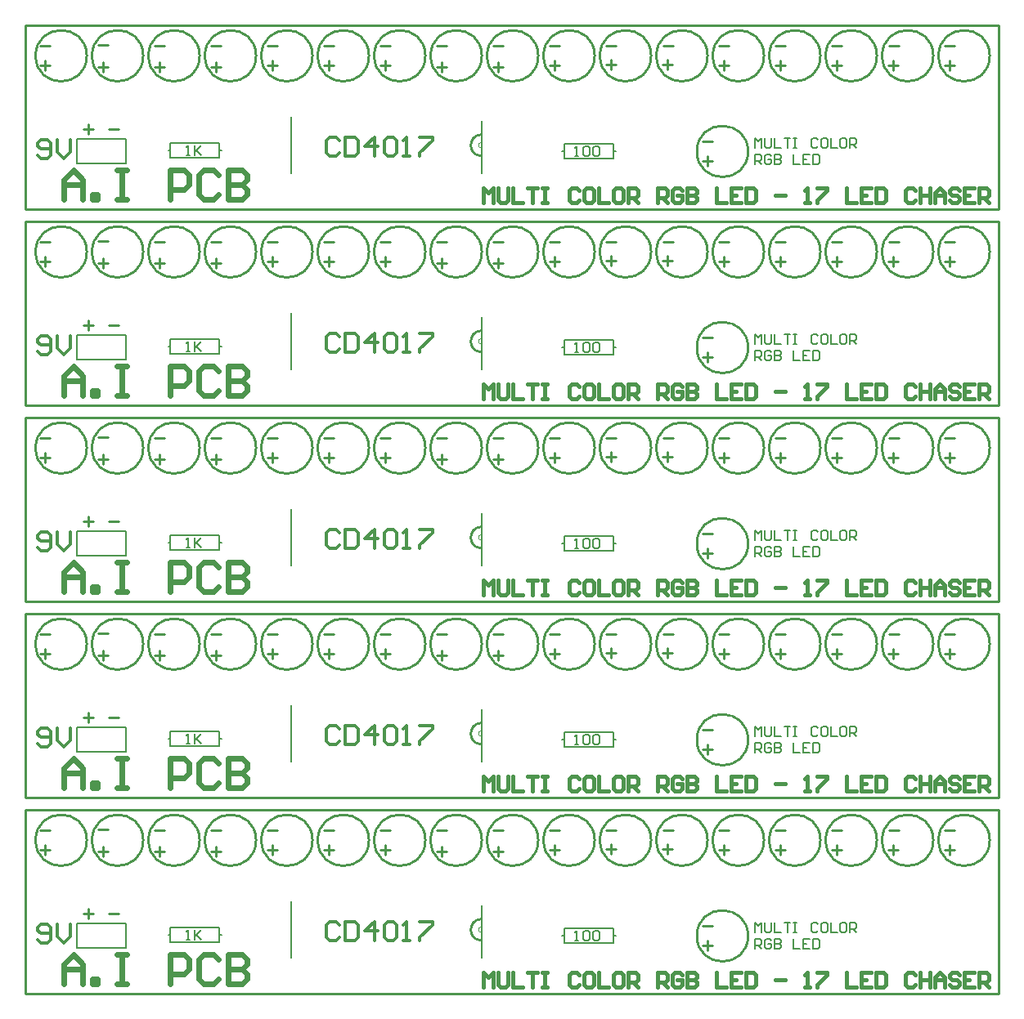
<source format=gto>
G04 Layer_Color=65535*
%FSLAX25Y25*%
%MOIN*%
G70*
G01*
G75*
%ADD19C,0.01000*%
%ADD20C,0.00000*%
%ADD21C,0.00787*%
%ADD22C,0.00600*%
%ADD23C,0.01181*%
%ADD24C,0.02362*%
%ADD25C,0.01575*%
D19*
X27433Y385000D02*
G03*
X27433Y385000I-10433J0D01*
G01*
X50433D02*
G03*
X50433Y385000I-10433J0D01*
G01*
X73433D02*
G03*
X73433Y385000I-10433J0D01*
G01*
X96433D02*
G03*
X96433Y385000I-10433J0D01*
G01*
X119433D02*
G03*
X119433Y385000I-10433J0D01*
G01*
X142433D02*
G03*
X142433Y385000I-10433J0D01*
G01*
X165433D02*
G03*
X165433Y385000I-10433J0D01*
G01*
X188433D02*
G03*
X188433Y385000I-10433J0D01*
G01*
X211433D02*
G03*
X211433Y385000I-10433J0D01*
G01*
X234433D02*
G03*
X234433Y385000I-10433J0D01*
G01*
X257433D02*
G03*
X257433Y385000I-10433J0D01*
G01*
X280433D02*
G03*
X280433Y385000I-10433J0D01*
G01*
X303433D02*
G03*
X303433Y385000I-10433J0D01*
G01*
X326433D02*
G03*
X326433Y385000I-10433J0D01*
G01*
X349433D02*
G03*
X349433Y385000I-10433J0D01*
G01*
X372433D02*
G03*
X372433Y385000I-10433J0D01*
G01*
X395433D02*
G03*
X395433Y385000I-10433J0D01*
G01*
X296933Y346000D02*
G03*
X296933Y346000I-10433J0D01*
G01*
X188011Y352837D02*
G03*
X188011Y344163I289J-4337D01*
G01*
X27433Y305000D02*
G03*
X27433Y305000I-10433J0D01*
G01*
X50433D02*
G03*
X50433Y305000I-10433J0D01*
G01*
X73433D02*
G03*
X73433Y305000I-10433J0D01*
G01*
X96433D02*
G03*
X96433Y305000I-10433J0D01*
G01*
X119433D02*
G03*
X119433Y305000I-10433J0D01*
G01*
X142433D02*
G03*
X142433Y305000I-10433J0D01*
G01*
X165433D02*
G03*
X165433Y305000I-10433J0D01*
G01*
X188433D02*
G03*
X188433Y305000I-10433J0D01*
G01*
X211433D02*
G03*
X211433Y305000I-10433J0D01*
G01*
X234433D02*
G03*
X234433Y305000I-10433J0D01*
G01*
X257433D02*
G03*
X257433Y305000I-10433J0D01*
G01*
X280433D02*
G03*
X280433Y305000I-10433J0D01*
G01*
X303433D02*
G03*
X303433Y305000I-10433J0D01*
G01*
X326433D02*
G03*
X326433Y305000I-10433J0D01*
G01*
X349433D02*
G03*
X349433Y305000I-10433J0D01*
G01*
X372433D02*
G03*
X372433Y305000I-10433J0D01*
G01*
X395433D02*
G03*
X395433Y305000I-10433J0D01*
G01*
X296933Y266000D02*
G03*
X296933Y266000I-10433J0D01*
G01*
X188011Y272837D02*
G03*
X188011Y264163I289J-4337D01*
G01*
X27433Y225000D02*
G03*
X27433Y225000I-10433J0D01*
G01*
X50433D02*
G03*
X50433Y225000I-10433J0D01*
G01*
X73433D02*
G03*
X73433Y225000I-10433J0D01*
G01*
X96433D02*
G03*
X96433Y225000I-10433J0D01*
G01*
X119433D02*
G03*
X119433Y225000I-10433J0D01*
G01*
X142433D02*
G03*
X142433Y225000I-10433J0D01*
G01*
X165433D02*
G03*
X165433Y225000I-10433J0D01*
G01*
X188433D02*
G03*
X188433Y225000I-10433J0D01*
G01*
X211433D02*
G03*
X211433Y225000I-10433J0D01*
G01*
X234433D02*
G03*
X234433Y225000I-10433J0D01*
G01*
X257433D02*
G03*
X257433Y225000I-10433J0D01*
G01*
X280433D02*
G03*
X280433Y225000I-10433J0D01*
G01*
X303433D02*
G03*
X303433Y225000I-10433J0D01*
G01*
X326433D02*
G03*
X326433Y225000I-10433J0D01*
G01*
X349433D02*
G03*
X349433Y225000I-10433J0D01*
G01*
X372433D02*
G03*
X372433Y225000I-10433J0D01*
G01*
X395433D02*
G03*
X395433Y225000I-10433J0D01*
G01*
X296933Y186000D02*
G03*
X296933Y186000I-10433J0D01*
G01*
X188011Y192837D02*
G03*
X188011Y184163I289J-4337D01*
G01*
X27433Y145000D02*
G03*
X27433Y145000I-10433J0D01*
G01*
X50433D02*
G03*
X50433Y145000I-10433J0D01*
G01*
X73433D02*
G03*
X73433Y145000I-10433J0D01*
G01*
X96433D02*
G03*
X96433Y145000I-10433J0D01*
G01*
X119433D02*
G03*
X119433Y145000I-10433J0D01*
G01*
X142433D02*
G03*
X142433Y145000I-10433J0D01*
G01*
X165433D02*
G03*
X165433Y145000I-10433J0D01*
G01*
X188433D02*
G03*
X188433Y145000I-10433J0D01*
G01*
X211433D02*
G03*
X211433Y145000I-10433J0D01*
G01*
X234433D02*
G03*
X234433Y145000I-10433J0D01*
G01*
X257433D02*
G03*
X257433Y145000I-10433J0D01*
G01*
X280433D02*
G03*
X280433Y145000I-10433J0D01*
G01*
X303433D02*
G03*
X303433Y145000I-10433J0D01*
G01*
X326433D02*
G03*
X326433Y145000I-10433J0D01*
G01*
X349433D02*
G03*
X349433Y145000I-10433J0D01*
G01*
X372433D02*
G03*
X372433Y145000I-10433J0D01*
G01*
X395433D02*
G03*
X395433Y145000I-10433J0D01*
G01*
X296933Y106000D02*
G03*
X296933Y106000I-10433J0D01*
G01*
X188011Y112837D02*
G03*
X188011Y104163I289J-4337D01*
G01*
Y32837D02*
G03*
X188011Y24163I289J-4337D01*
G01*
X296933Y26000D02*
G03*
X296933Y26000I-10433J0D01*
G01*
X211433Y65000D02*
G03*
X211433Y65000I-10433J0D01*
G01*
X234433D02*
G03*
X234433Y65000I-10433J0D01*
G01*
X188433D02*
G03*
X188433Y65000I-10433J0D01*
G01*
X165433D02*
G03*
X165433Y65000I-10433J0D01*
G01*
X142433D02*
G03*
X142433Y65000I-10433J0D01*
G01*
X119433D02*
G03*
X119433Y65000I-10433J0D01*
G01*
X96433D02*
G03*
X96433Y65000I-10433J0D01*
G01*
X73433D02*
G03*
X73433Y65000I-10433J0D01*
G01*
X50433D02*
G03*
X50433Y65000I-10433J0D01*
G01*
X27433D02*
G03*
X27433Y65000I-10433J0D01*
G01*
X395433D02*
G03*
X395433Y65000I-10433J0D01*
G01*
X372433D02*
G03*
X372433Y65000I-10433J0D01*
G01*
X349433D02*
G03*
X349433Y65000I-10433J0D01*
G01*
X326433D02*
G03*
X326433Y65000I-10433J0D01*
G01*
X303433D02*
G03*
X303433Y65000I-10433J0D01*
G01*
X280433D02*
G03*
X280433Y65000I-10433J0D01*
G01*
X257433D02*
G03*
X257433Y65000I-10433J0D01*
G01*
X2500Y322500D02*
Y397500D01*
X399000D01*
Y322500D02*
Y397500D01*
X2500Y322500D02*
X399000D01*
X2500Y242500D02*
Y317500D01*
X399000D01*
Y242500D02*
Y317500D01*
X2500Y242500D02*
X399000D01*
X2500Y162500D02*
Y237500D01*
X399000D01*
Y162500D02*
Y237500D01*
X2500Y162500D02*
X399000D01*
X2500Y82500D02*
Y157500D01*
X399000D01*
Y82500D02*
Y157500D01*
X2500Y82500D02*
X399000D01*
X2500Y2500D02*
X399000D01*
Y77500D01*
X2500D02*
X399000D01*
X2500Y2500D02*
Y77500D01*
X8500Y380999D02*
X12499D01*
X10499Y382998D02*
Y379000D01*
X32000Y380499D02*
X35999D01*
X33999Y382498D02*
Y378500D01*
X55000Y380499D02*
X58999D01*
X56999Y382498D02*
Y378500D01*
X78000Y380499D02*
X81999D01*
X79999Y382498D02*
Y378500D01*
X101000Y380999D02*
X104999D01*
X102999Y382998D02*
Y379000D01*
X124000Y380999D02*
X127999D01*
X125999Y382998D02*
Y379000D01*
X147000Y380999D02*
X150999D01*
X148999Y382998D02*
Y379000D01*
X170000Y380499D02*
X173999D01*
X171999Y382498D02*
Y378500D01*
X193000Y380499D02*
X196999D01*
X194999Y382498D02*
Y378500D01*
X216000Y380999D02*
X219999D01*
X217999Y382998D02*
Y379000D01*
X239000Y381499D02*
X242999D01*
X240999Y383498D02*
Y379500D01*
X262000Y381499D02*
X265999D01*
X263999Y383498D02*
Y379500D01*
X285000Y380999D02*
X288999D01*
X286999Y382998D02*
Y379000D01*
X308000Y380999D02*
X311999D01*
X309999Y382998D02*
Y379000D01*
X331000Y380999D02*
X334999D01*
X332999Y382998D02*
Y379000D01*
X354000Y380999D02*
X357999D01*
X355999Y382998D02*
Y379000D01*
X377000Y380999D02*
X380999D01*
X378999Y382998D02*
Y379000D01*
X26000Y354999D02*
X29999D01*
X27999Y356998D02*
Y353000D01*
X8500Y388999D02*
X12499D01*
X32000Y389499D02*
X35999D01*
X55000Y388999D02*
X58999D01*
X78000D02*
X81999D01*
X101000D02*
X104999D01*
X124000D02*
X127999D01*
X147000D02*
X150999D01*
X170000D02*
X173999D01*
X193000D02*
X196999D01*
X216000D02*
X219999D01*
X239000D02*
X242999D01*
X262500D02*
X266499D01*
X285000D02*
X288999D01*
X308000D02*
X311999D01*
X331000D02*
X334999D01*
X354500D02*
X358499D01*
X377000D02*
X380999D01*
X36500Y354999D02*
X40499D01*
X278500Y341999D02*
X282499D01*
X280499Y343998D02*
Y340000D01*
X278500Y349999D02*
X282499D01*
X8500Y300999D02*
X12499D01*
X10499Y302998D02*
Y299000D01*
X32000Y300499D02*
X35999D01*
X33999Y302498D02*
Y298500D01*
X55000Y300499D02*
X58999D01*
X56999Y302498D02*
Y298500D01*
X78000Y300499D02*
X81999D01*
X79999Y302498D02*
Y298500D01*
X101000Y300999D02*
X104999D01*
X102999Y302998D02*
Y299000D01*
X124000Y300999D02*
X127999D01*
X125999Y302998D02*
Y299000D01*
X147000Y300999D02*
X150999D01*
X148999Y302998D02*
Y299000D01*
X170000Y300499D02*
X173999D01*
X171999Y302498D02*
Y298500D01*
X193000Y300499D02*
X196999D01*
X194999Y302498D02*
Y298500D01*
X216000Y300999D02*
X219999D01*
X217999Y302998D02*
Y299000D01*
X239000Y301499D02*
X242999D01*
X240999Y303498D02*
Y299500D01*
X262000Y301499D02*
X265999D01*
X263999Y303498D02*
Y299500D01*
X285000Y300999D02*
X288999D01*
X286999Y302998D02*
Y299000D01*
X308000Y300999D02*
X311999D01*
X309999Y302998D02*
Y299000D01*
X331000Y300999D02*
X334999D01*
X332999Y302998D02*
Y299000D01*
X354000Y300999D02*
X357999D01*
X355999Y302998D02*
Y299000D01*
X377000Y300999D02*
X380999D01*
X378999Y302998D02*
Y299000D01*
X26000Y274999D02*
X29999D01*
X27999Y276998D02*
Y273000D01*
X8500Y308999D02*
X12499D01*
X32000Y309499D02*
X35999D01*
X55000Y308999D02*
X58999D01*
X78000D02*
X81999D01*
X101000D02*
X104999D01*
X124000D02*
X127999D01*
X147000D02*
X150999D01*
X170000D02*
X173999D01*
X193000D02*
X196999D01*
X216000D02*
X219999D01*
X239000D02*
X242999D01*
X262500D02*
X266499D01*
X285000D02*
X288999D01*
X308000D02*
X311999D01*
X331000D02*
X334999D01*
X354500D02*
X358499D01*
X377000D02*
X380999D01*
X36500Y274999D02*
X40499D01*
X278500Y261999D02*
X282499D01*
X280499Y263998D02*
Y260000D01*
X278500Y269999D02*
X282499D01*
X8500Y220999D02*
X12499D01*
X10499Y222998D02*
Y219000D01*
X32000Y220499D02*
X35999D01*
X33999Y222498D02*
Y218500D01*
X55000Y220499D02*
X58999D01*
X56999Y222498D02*
Y218500D01*
X78000Y220499D02*
X81999D01*
X79999Y222498D02*
Y218500D01*
X101000Y220999D02*
X104999D01*
X102999Y222998D02*
Y219000D01*
X124000Y220999D02*
X127999D01*
X125999Y222998D02*
Y219000D01*
X147000Y220999D02*
X150999D01*
X148999Y222998D02*
Y219000D01*
X170000Y220499D02*
X173999D01*
X171999Y222498D02*
Y218500D01*
X193000Y220499D02*
X196999D01*
X194999Y222498D02*
Y218500D01*
X216000Y220999D02*
X219999D01*
X217999Y222998D02*
Y219000D01*
X239000Y221499D02*
X242999D01*
X240999Y223498D02*
Y219500D01*
X262000Y221499D02*
X265999D01*
X263999Y223498D02*
Y219500D01*
X285000Y220999D02*
X288999D01*
X286999Y222998D02*
Y219000D01*
X308000Y220999D02*
X311999D01*
X309999Y222998D02*
Y219000D01*
X331000Y220999D02*
X334999D01*
X332999Y222998D02*
Y219000D01*
X354000Y220999D02*
X357999D01*
X355999Y222998D02*
Y219000D01*
X377000Y220999D02*
X380999D01*
X378999Y222998D02*
Y219000D01*
X26000Y194999D02*
X29999D01*
X27999Y196998D02*
Y193000D01*
X8500Y228999D02*
X12499D01*
X32000Y229499D02*
X35999D01*
X55000Y228999D02*
X58999D01*
X78000D02*
X81999D01*
X101000D02*
X104999D01*
X124000D02*
X127999D01*
X147000D02*
X150999D01*
X170000D02*
X173999D01*
X193000D02*
X196999D01*
X216000D02*
X219999D01*
X239000D02*
X242999D01*
X262500D02*
X266499D01*
X285000D02*
X288999D01*
X308000D02*
X311999D01*
X331000D02*
X334999D01*
X354500D02*
X358499D01*
X377000D02*
X380999D01*
X36500Y194999D02*
X40499D01*
X278500Y181999D02*
X282499D01*
X280499Y183998D02*
Y180000D01*
X278500Y189999D02*
X282499D01*
X8500Y140999D02*
X12499D01*
X10499Y142998D02*
Y139000D01*
X32000Y140499D02*
X35999D01*
X33999Y142498D02*
Y138500D01*
X55000Y140499D02*
X58999D01*
X56999Y142498D02*
Y138500D01*
X78000Y140499D02*
X81999D01*
X79999Y142498D02*
Y138500D01*
X101000Y140999D02*
X104999D01*
X102999Y142998D02*
Y139000D01*
X124000Y140999D02*
X127999D01*
X125999Y142998D02*
Y139000D01*
X147000Y140999D02*
X150999D01*
X148999Y142998D02*
Y139000D01*
X170000Y140499D02*
X173999D01*
X171999Y142498D02*
Y138500D01*
X193000Y140499D02*
X196999D01*
X194999Y142498D02*
Y138500D01*
X216000Y140999D02*
X219999D01*
X217999Y142998D02*
Y139000D01*
X239000Y141499D02*
X242999D01*
X240999Y143498D02*
Y139500D01*
X262000Y141499D02*
X265999D01*
X263999Y143498D02*
Y139500D01*
X285000Y140999D02*
X288999D01*
X286999Y142998D02*
Y139000D01*
X308000Y140999D02*
X311999D01*
X309999Y142998D02*
Y139000D01*
X331000Y140999D02*
X334999D01*
X332999Y142998D02*
Y139000D01*
X354000Y140999D02*
X357999D01*
X355999Y142998D02*
Y139000D01*
X377000Y140999D02*
X380999D01*
X378999Y142998D02*
Y139000D01*
X26000Y114999D02*
X29999D01*
X27999Y116998D02*
Y113000D01*
X8500Y148999D02*
X12499D01*
X32000Y149499D02*
X35999D01*
X55000Y148999D02*
X58999D01*
X78000D02*
X81999D01*
X101000D02*
X104999D01*
X124000D02*
X127999D01*
X147000D02*
X150999D01*
X170000D02*
X173999D01*
X193000D02*
X196999D01*
X216000D02*
X219999D01*
X239000D02*
X242999D01*
X262500D02*
X266499D01*
X285000D02*
X288999D01*
X308000D02*
X311999D01*
X331000D02*
X334999D01*
X354500D02*
X358499D01*
X377000D02*
X380999D01*
X36500Y114999D02*
X40499D01*
X278500Y101999D02*
X282499D01*
X280499Y103998D02*
Y100000D01*
X278500Y109999D02*
X282499D01*
X278500Y29999D02*
X282499D01*
X278500Y21999D02*
X282499D01*
X280499Y23998D02*
Y20000D01*
X36500Y34999D02*
X40499D01*
X377000Y68999D02*
X380999D01*
X354500D02*
X358499D01*
X331000D02*
X334999D01*
X308000D02*
X311999D01*
X285000D02*
X288999D01*
X262500D02*
X266499D01*
X239000D02*
X242999D01*
X216000D02*
X219999D01*
X193000D02*
X196999D01*
X170000D02*
X173999D01*
X147000D02*
X150999D01*
X124000D02*
X127999D01*
X101000D02*
X104999D01*
X78000D02*
X81999D01*
X55000D02*
X58999D01*
X32000Y69499D02*
X35999D01*
X8500Y68999D02*
X12499D01*
X26000Y34999D02*
X29999D01*
X27999Y36998D02*
Y33000D01*
X377000Y60999D02*
X380999D01*
X378999Y62998D02*
Y59000D01*
X354000Y60999D02*
X357999D01*
X355999Y62998D02*
Y59000D01*
X331000Y60999D02*
X334999D01*
X332999Y62998D02*
Y59000D01*
X308000Y60999D02*
X311999D01*
X309999Y62998D02*
Y59000D01*
X285000Y60999D02*
X288999D01*
X286999Y62998D02*
Y59000D01*
X262000Y61499D02*
X265999D01*
X263999Y63498D02*
Y59500D01*
X239000Y61499D02*
X242999D01*
X240999Y63498D02*
Y59500D01*
X216000Y60999D02*
X219999D01*
X217999Y62998D02*
Y59000D01*
X193000Y60499D02*
X196999D01*
X194999Y62498D02*
Y58500D01*
X170000Y60499D02*
X173999D01*
X171999Y62498D02*
Y58500D01*
X147000Y60999D02*
X150999D01*
X148999Y62998D02*
Y59000D01*
X124000Y60999D02*
X127999D01*
X125999Y62998D02*
Y59000D01*
X101000Y60999D02*
X104999D01*
X102999Y62998D02*
Y59000D01*
X78000Y60499D02*
X81999D01*
X79999Y62498D02*
Y58500D01*
X55000Y60499D02*
X58999D01*
X56999Y62498D02*
Y58500D01*
X32000Y60499D02*
X35999D01*
X33999Y62498D02*
Y58500D01*
X8500Y60999D02*
X12499D01*
X10499Y62998D02*
Y59000D01*
D20*
X188300Y349700D02*
G03*
X188300Y347300I0J-1200D01*
G01*
Y269700D02*
G03*
X188300Y267300I0J-1200D01*
G01*
Y189700D02*
G03*
X188300Y187300I0J-1200D01*
G01*
Y109700D02*
G03*
X188300Y107300I0J-1200D01*
G01*
Y29700D02*
G03*
X188300Y27300I0J-1200D01*
G01*
D21*
X81500Y346500D02*
Y349500D01*
X61500D02*
X81500D01*
X61500Y343500D02*
Y349500D01*
Y343500D02*
X81500D01*
Y346500D01*
X60600D02*
X61500D01*
X81500D02*
X82400D01*
X242000Y346000D02*
Y349000D01*
X222000D02*
X242000D01*
X222000Y343000D02*
Y349000D01*
Y343000D02*
X242000D01*
Y346000D01*
X221100D02*
X222000D01*
X242000D02*
X242900D01*
X43500Y341000D02*
Y351000D01*
X23500Y341000D02*
X43500D01*
X23500D02*
Y351000D01*
X43500D01*
X81500Y266500D02*
Y269500D01*
X61500D02*
X81500D01*
X61500Y263500D02*
Y269500D01*
Y263500D02*
X81500D01*
Y266500D01*
X60600D02*
X61500D01*
X81500D02*
X82400D01*
X242000Y266000D02*
Y269000D01*
X222000D02*
X242000D01*
X222000Y263000D02*
Y269000D01*
Y263000D02*
X242000D01*
Y266000D01*
X221100D02*
X222000D01*
X242000D02*
X242900D01*
X43500Y261000D02*
Y271000D01*
X23500Y261000D02*
X43500D01*
X23500D02*
Y271000D01*
X43500D01*
X81500Y186500D02*
Y189500D01*
X61500D02*
X81500D01*
X61500Y183500D02*
Y189500D01*
Y183500D02*
X81500D01*
Y186500D01*
X60600D02*
X61500D01*
X81500D02*
X82400D01*
X242000Y186000D02*
Y189000D01*
X222000D02*
X242000D01*
X222000Y183000D02*
Y189000D01*
Y183000D02*
X242000D01*
Y186000D01*
X221100D02*
X222000D01*
X242000D02*
X242900D01*
X43500Y181000D02*
Y191000D01*
X23500Y181000D02*
X43500D01*
X23500D02*
Y191000D01*
X43500D01*
X81500Y106500D02*
Y109500D01*
X61500D02*
X81500D01*
X61500Y103500D02*
Y109500D01*
Y103500D02*
X81500D01*
Y106500D01*
X60600D02*
X61500D01*
X81500D02*
X82400D01*
X242000Y106000D02*
Y109000D01*
X222000D02*
X242000D01*
X222000Y103000D02*
Y109000D01*
Y103000D02*
X242000D01*
Y106000D01*
X221100D02*
X222000D01*
X242000D02*
X242900D01*
X43500Y101000D02*
Y111000D01*
X23500Y101000D02*
X43500D01*
X23500D02*
Y111000D01*
X43500D01*
Y21000D02*
Y31000D01*
X23500Y21000D02*
X43500D01*
X23500D02*
Y31000D01*
X43500D01*
X81500Y26500D02*
Y29500D01*
X61500D02*
X81500D01*
X61500Y23500D02*
Y29500D01*
Y23500D02*
X81500D01*
Y26500D01*
X60600D02*
X61500D01*
X81500D02*
X82400D01*
X242000Y26000D02*
Y29000D01*
X222000D02*
X242000D01*
X222000Y23000D02*
Y29000D01*
Y23000D02*
X242000D01*
Y26000D01*
X221100D02*
X222000D01*
X242000D02*
X242900D01*
X299787Y107400D02*
Y111336D01*
X301099Y110024D01*
X302411Y111336D01*
Y107400D01*
X303723Y111336D02*
Y108056D01*
X304379Y107400D01*
X305691D01*
X306347Y108056D01*
Y111336D01*
X307659D02*
Y107400D01*
X310283D01*
X311595Y111336D02*
X314218D01*
X312907D01*
Y107400D01*
X315530Y111336D02*
X316842D01*
X316186D01*
Y107400D01*
X315530D01*
X316842D01*
X325370Y110680D02*
X324714Y111336D01*
X323402D01*
X322746Y110680D01*
Y108056D01*
X323402Y107400D01*
X324714D01*
X325370Y108056D01*
X328649Y111336D02*
X327338D01*
X326682Y110680D01*
Y108056D01*
X327338Y107400D01*
X328649D01*
X329305Y108056D01*
Y110680D01*
X328649Y111336D01*
X330617D02*
Y107400D01*
X333241D01*
X336521Y111336D02*
X335209D01*
X334553Y110680D01*
Y108056D01*
X335209Y107400D01*
X336521D01*
X337177Y108056D01*
Y110680D01*
X336521Y111336D01*
X338489Y107400D02*
Y111336D01*
X340457D01*
X341113Y110680D01*
Y109368D01*
X340457Y108712D01*
X338489D01*
X339801D02*
X341113Y107400D01*
X299787Y100787D02*
Y104723D01*
X301755D01*
X302411Y104067D01*
Y102755D01*
X301755Y102099D01*
X299787D01*
X301099D02*
X302411Y100787D01*
X306347Y104067D02*
X305691Y104723D01*
X304379D01*
X303723Y104067D01*
Y101443D01*
X304379Y100787D01*
X305691D01*
X306347Y101443D01*
Y102755D01*
X305035D01*
X307659Y104723D02*
Y100787D01*
X309627D01*
X310283Y101443D01*
Y102099D01*
X309627Y102755D01*
X307659D01*
X309627D01*
X310283Y103411D01*
Y104067D01*
X309627Y104723D01*
X307659D01*
X315530D02*
Y100787D01*
X318154D01*
X322090Y104723D02*
X319466D01*
Y100787D01*
X322090D01*
X319466Y102755D02*
X320778D01*
X323402Y104723D02*
Y100787D01*
X325370D01*
X326026Y101443D01*
Y104067D01*
X325370Y104723D01*
X323402D01*
X299787Y347400D02*
Y351336D01*
X301099Y350024D01*
X302411Y351336D01*
Y347400D01*
X303723Y351336D02*
Y348056D01*
X304379Y347400D01*
X305691D01*
X306347Y348056D01*
Y351336D01*
X307659D02*
Y347400D01*
X310283D01*
X311595Y351336D02*
X314218D01*
X312907D01*
Y347400D01*
X315530Y351336D02*
X316842D01*
X316186D01*
Y347400D01*
X315530D01*
X316842D01*
X325370Y350680D02*
X324714Y351336D01*
X323402D01*
X322746Y350680D01*
Y348056D01*
X323402Y347400D01*
X324714D01*
X325370Y348056D01*
X328649Y351336D02*
X327338D01*
X326682Y350680D01*
Y348056D01*
X327338Y347400D01*
X328649D01*
X329305Y348056D01*
Y350680D01*
X328649Y351336D01*
X330617D02*
Y347400D01*
X333241D01*
X336521Y351336D02*
X335209D01*
X334553Y350680D01*
Y348056D01*
X335209Y347400D01*
X336521D01*
X337177Y348056D01*
Y350680D01*
X336521Y351336D01*
X338489Y347400D02*
Y351336D01*
X340457D01*
X341113Y350680D01*
Y349368D01*
X340457Y348712D01*
X338489D01*
X339801D02*
X341113Y347400D01*
X299787Y340787D02*
Y344723D01*
X301755D01*
X302411Y344067D01*
Y342755D01*
X301755Y342099D01*
X299787D01*
X301099D02*
X302411Y340787D01*
X306347Y344067D02*
X305691Y344723D01*
X304379D01*
X303723Y344067D01*
Y341443D01*
X304379Y340787D01*
X305691D01*
X306347Y341443D01*
Y342755D01*
X305035D01*
X307659Y344723D02*
Y340787D01*
X309627D01*
X310283Y341443D01*
Y342099D01*
X309627Y342755D01*
X307659D01*
X309627D01*
X310283Y343411D01*
Y344067D01*
X309627Y344723D01*
X307659D01*
X315530D02*
Y340787D01*
X318154D01*
X322090Y344723D02*
X319466D01*
Y340787D01*
X322090D01*
X319466Y342755D02*
X320778D01*
X323402Y344723D02*
Y340787D01*
X325370D01*
X326026Y341443D01*
Y344067D01*
X325370Y344723D01*
X323402D01*
X299787Y187400D02*
Y191336D01*
X301099Y190024D01*
X302411Y191336D01*
Y187400D01*
X303723Y191336D02*
Y188056D01*
X304379Y187400D01*
X305691D01*
X306347Y188056D01*
Y191336D01*
X307659D02*
Y187400D01*
X310283D01*
X311595Y191336D02*
X314218D01*
X312907D01*
Y187400D01*
X315530Y191336D02*
X316842D01*
X316186D01*
Y187400D01*
X315530D01*
X316842D01*
X325370Y190680D02*
X324714Y191336D01*
X323402D01*
X322746Y190680D01*
Y188056D01*
X323402Y187400D01*
X324714D01*
X325370Y188056D01*
X328649Y191336D02*
X327338D01*
X326682Y190680D01*
Y188056D01*
X327338Y187400D01*
X328649D01*
X329305Y188056D01*
Y190680D01*
X328649Y191336D01*
X330617D02*
Y187400D01*
X333241D01*
X336521Y191336D02*
X335209D01*
X334553Y190680D01*
Y188056D01*
X335209Y187400D01*
X336521D01*
X337177Y188056D01*
Y190680D01*
X336521Y191336D01*
X338489Y187400D02*
Y191336D01*
X340457D01*
X341113Y190680D01*
Y189368D01*
X340457Y188712D01*
X338489D01*
X339801D02*
X341113Y187400D01*
X299787Y180787D02*
Y184723D01*
X301755D01*
X302411Y184067D01*
Y182755D01*
X301755Y182099D01*
X299787D01*
X301099D02*
X302411Y180787D01*
X306347Y184067D02*
X305691Y184723D01*
X304379D01*
X303723Y184067D01*
Y181443D01*
X304379Y180787D01*
X305691D01*
X306347Y181443D01*
Y182755D01*
X305035D01*
X307659Y184723D02*
Y180787D01*
X309627D01*
X310283Y181443D01*
Y182099D01*
X309627Y182755D01*
X307659D01*
X309627D01*
X310283Y183411D01*
Y184067D01*
X309627Y184723D01*
X307659D01*
X315530D02*
Y180787D01*
X318154D01*
X322090Y184723D02*
X319466D01*
Y180787D01*
X322090D01*
X319466Y182755D02*
X320778D01*
X323402Y184723D02*
Y180787D01*
X325370D01*
X326026Y181443D01*
Y184067D01*
X325370Y184723D01*
X323402D01*
X299787Y27400D02*
Y31336D01*
X301099Y30024D01*
X302411Y31336D01*
Y27400D01*
X303723Y31336D02*
Y28056D01*
X304379Y27400D01*
X305691D01*
X306347Y28056D01*
Y31336D01*
X307659D02*
Y27400D01*
X310283D01*
X311595Y31336D02*
X314218D01*
X312907D01*
Y27400D01*
X315530Y31336D02*
X316842D01*
X316186D01*
Y27400D01*
X315530D01*
X316842D01*
X325370Y30680D02*
X324714Y31336D01*
X323402D01*
X322746Y30680D01*
Y28056D01*
X323402Y27400D01*
X324714D01*
X325370Y28056D01*
X328649Y31336D02*
X327338D01*
X326682Y30680D01*
Y28056D01*
X327338Y27400D01*
X328649D01*
X329305Y28056D01*
Y30680D01*
X328649Y31336D01*
X330617D02*
Y27400D01*
X333241D01*
X336521Y31336D02*
X335209D01*
X334553Y30680D01*
Y28056D01*
X335209Y27400D01*
X336521D01*
X337177Y28056D01*
Y30680D01*
X336521Y31336D01*
X338489Y27400D02*
Y31336D01*
X340457D01*
X341113Y30680D01*
Y29368D01*
X340457Y28712D01*
X338489D01*
X339801D02*
X341113Y27400D01*
X299787Y20787D02*
Y24723D01*
X301755D01*
X302411Y24067D01*
Y22755D01*
X301755Y22099D01*
X299787D01*
X301099D02*
X302411Y20787D01*
X306347Y24067D02*
X305691Y24723D01*
X304379D01*
X303723Y24067D01*
Y21443D01*
X304379Y20787D01*
X305691D01*
X306347Y21443D01*
Y22755D01*
X305035D01*
X307659Y24723D02*
Y20787D01*
X309627D01*
X310283Y21443D01*
Y22099D01*
X309627Y22755D01*
X307659D01*
X309627D01*
X310283Y23411D01*
Y24067D01*
X309627Y24723D01*
X307659D01*
X315530D02*
Y20787D01*
X318154D01*
X322090Y24723D02*
X319466D01*
Y20787D01*
X322090D01*
X319466Y22755D02*
X320778D01*
X323402Y24723D02*
Y20787D01*
X325370D01*
X326026Y21443D01*
Y24067D01*
X325370Y24723D01*
X323402D01*
X299787Y267400D02*
Y271336D01*
X301099Y270024D01*
X302411Y271336D01*
Y267400D01*
X303723Y271336D02*
Y268056D01*
X304379Y267400D01*
X305691D01*
X306347Y268056D01*
Y271336D01*
X307659D02*
Y267400D01*
X310283D01*
X311595Y271336D02*
X314218D01*
X312907D01*
Y267400D01*
X315530Y271336D02*
X316842D01*
X316186D01*
Y267400D01*
X315530D01*
X316842D01*
X325370Y270680D02*
X324714Y271336D01*
X323402D01*
X322746Y270680D01*
Y268056D01*
X323402Y267400D01*
X324714D01*
X325370Y268056D01*
X328649Y271336D02*
X327338D01*
X326682Y270680D01*
Y268056D01*
X327338Y267400D01*
X328649D01*
X329305Y268056D01*
Y270680D01*
X328649Y271336D01*
X330617D02*
Y267400D01*
X333241D01*
X336521Y271336D02*
X335209D01*
X334553Y270680D01*
Y268056D01*
X335209Y267400D01*
X336521D01*
X337177Y268056D01*
Y270680D01*
X336521Y271336D01*
X338489Y267400D02*
Y271336D01*
X340457D01*
X341113Y270680D01*
Y269368D01*
X340457Y268712D01*
X338489D01*
X339801D02*
X341113Y267400D01*
X299787Y260787D02*
Y264723D01*
X301755D01*
X302411Y264067D01*
Y262755D01*
X301755Y262099D01*
X299787D01*
X301099D02*
X302411Y260787D01*
X306347Y264067D02*
X305691Y264723D01*
X304379D01*
X303723Y264067D01*
Y261443D01*
X304379Y260787D01*
X305691D01*
X306347Y261443D01*
Y262755D01*
X305035D01*
X307659Y264723D02*
Y260787D01*
X309627D01*
X310283Y261443D01*
Y262099D01*
X309627Y262755D01*
X307659D01*
X309627D01*
X310283Y263411D01*
Y264067D01*
X309627Y264723D01*
X307659D01*
X315530D02*
Y260787D01*
X318154D01*
X322090Y264723D02*
X319466D01*
Y260787D01*
X322090D01*
X319466Y262755D02*
X320778D01*
X323402Y264723D02*
Y260787D01*
X325370D01*
X326026Y261443D01*
Y264067D01*
X325370Y264723D01*
X323402D01*
X68000Y344500D02*
X69312D01*
X68656D01*
Y348436D01*
X68000Y347780D01*
X71280Y348436D02*
Y344500D01*
Y345812D01*
X73904Y348436D01*
X71936Y346468D01*
X73904Y344500D01*
X226500Y344000D02*
X227812D01*
X227156D01*
Y347936D01*
X226500Y347280D01*
X229780D02*
X230436Y347936D01*
X231748D01*
X232404Y347280D01*
Y344656D01*
X231748Y344000D01*
X230436D01*
X229780Y344656D01*
Y347280D01*
X233716D02*
X234371Y347936D01*
X235683D01*
X236339Y347280D01*
Y344656D01*
X235683Y344000D01*
X234371D01*
X233716Y344656D01*
Y347280D01*
X68000Y264500D02*
X69312D01*
X68656D01*
Y268436D01*
X68000Y267780D01*
X71280Y268436D02*
Y264500D01*
Y265812D01*
X73904Y268436D01*
X71936Y266468D01*
X73904Y264500D01*
X226500Y264000D02*
X227812D01*
X227156D01*
Y267936D01*
X226500Y267280D01*
X229780D02*
X230436Y267936D01*
X231748D01*
X232404Y267280D01*
Y264656D01*
X231748Y264000D01*
X230436D01*
X229780Y264656D01*
Y267280D01*
X233716D02*
X234371Y267936D01*
X235683D01*
X236339Y267280D01*
Y264656D01*
X235683Y264000D01*
X234371D01*
X233716Y264656D01*
Y267280D01*
X68000Y184500D02*
X69312D01*
X68656D01*
Y188436D01*
X68000Y187780D01*
X71280Y188436D02*
Y184500D01*
Y185812D01*
X73904Y188436D01*
X71936Y186468D01*
X73904Y184500D01*
X226500Y184000D02*
X227812D01*
X227156D01*
Y187936D01*
X226500Y187280D01*
X229780D02*
X230436Y187936D01*
X231748D01*
X232404Y187280D01*
Y184656D01*
X231748Y184000D01*
X230436D01*
X229780Y184656D01*
Y187280D01*
X233716D02*
X234371Y187936D01*
X235683D01*
X236339Y187280D01*
Y184656D01*
X235683Y184000D01*
X234371D01*
X233716Y184656D01*
Y187280D01*
X68000Y104500D02*
X69312D01*
X68656D01*
Y108436D01*
X68000Y107780D01*
X71280Y108436D02*
Y104500D01*
Y105812D01*
X73904Y108436D01*
X71936Y106468D01*
X73904Y104500D01*
X226500Y104000D02*
X227812D01*
X227156D01*
Y107936D01*
X226500Y107280D01*
X229780D02*
X230436Y107936D01*
X231748D01*
X232404Y107280D01*
Y104656D01*
X231748Y104000D01*
X230436D01*
X229780Y104656D01*
Y107280D01*
X233716D02*
X234371Y107936D01*
X235683D01*
X236339Y107280D01*
Y104656D01*
X235683Y104000D01*
X234371D01*
X233716Y104656D01*
Y107280D01*
X226500Y24000D02*
X227812D01*
X227156D01*
Y27936D01*
X226500Y27280D01*
X229780D02*
X230436Y27936D01*
X231748D01*
X232404Y27280D01*
Y24656D01*
X231748Y24000D01*
X230436D01*
X229780Y24656D01*
Y27280D01*
X233716D02*
X234371Y27936D01*
X235683D01*
X236339Y27280D01*
Y24656D01*
X235683Y24000D01*
X234371D01*
X233716Y24656D01*
Y27280D01*
X68000Y24500D02*
X69312D01*
X68656D01*
Y28436D01*
X68000Y27780D01*
X71280Y28436D02*
Y24500D01*
Y25812D01*
X73904Y28436D01*
X71936Y26468D01*
X73904Y24500D01*
D22*
X110700Y337000D02*
Y360000D01*
X188300Y337000D02*
Y347300D01*
Y349700D01*
Y358300D01*
X110700Y257000D02*
Y280000D01*
X188300Y257000D02*
Y267300D01*
Y269700D01*
Y278300D01*
X110700Y177000D02*
Y200000D01*
X188300Y177000D02*
Y187300D01*
Y189700D01*
Y198300D01*
X110700Y97000D02*
Y120000D01*
X188300Y97000D02*
Y107300D01*
Y109700D01*
Y118300D01*
X110700Y17000D02*
Y40000D01*
X188300Y17000D02*
Y27300D01*
Y29700D01*
Y38300D01*
D23*
X130248Y350560D02*
X128936Y351871D01*
X126312D01*
X125000Y350560D01*
Y345312D01*
X126312Y344000D01*
X128936D01*
X130248Y345312D01*
X132871Y351871D02*
Y344000D01*
X136807D01*
X138119Y345312D01*
Y350560D01*
X136807Y351871D01*
X132871D01*
X144679Y344000D02*
Y351871D01*
X140743Y347936D01*
X145991D01*
X148614Y350560D02*
X149926Y351871D01*
X152550D01*
X153862Y350560D01*
Y345312D01*
X152550Y344000D01*
X149926D01*
X148614Y345312D01*
Y350560D01*
X156486Y344000D02*
X159110D01*
X157798D01*
Y351871D01*
X156486Y350560D01*
X163046Y351871D02*
X168293D01*
Y350560D01*
X163046Y345312D01*
Y344000D01*
X7500Y344312D02*
X8812Y343000D01*
X11436D01*
X12748Y344312D01*
Y349560D01*
X11436Y350871D01*
X8812D01*
X7500Y349560D01*
Y348248D01*
X8812Y346936D01*
X12748D01*
X15371Y350871D02*
Y345624D01*
X17995Y343000D01*
X20619Y345624D01*
Y350871D01*
X130248Y270560D02*
X128936Y271871D01*
X126312D01*
X125000Y270560D01*
Y265312D01*
X126312Y264000D01*
X128936D01*
X130248Y265312D01*
X132871Y271871D02*
Y264000D01*
X136807D01*
X138119Y265312D01*
Y270560D01*
X136807Y271871D01*
X132871D01*
X144679Y264000D02*
Y271871D01*
X140743Y267936D01*
X145991D01*
X148614Y270560D02*
X149926Y271871D01*
X152550D01*
X153862Y270560D01*
Y265312D01*
X152550Y264000D01*
X149926D01*
X148614Y265312D01*
Y270560D01*
X156486Y264000D02*
X159110D01*
X157798D01*
Y271871D01*
X156486Y270560D01*
X163046Y271871D02*
X168293D01*
Y270560D01*
X163046Y265312D01*
Y264000D01*
X7500Y264312D02*
X8812Y263000D01*
X11436D01*
X12748Y264312D01*
Y269560D01*
X11436Y270871D01*
X8812D01*
X7500Y269560D01*
Y268248D01*
X8812Y266936D01*
X12748D01*
X15371Y270871D02*
Y265624D01*
X17995Y263000D01*
X20619Y265624D01*
Y270871D01*
X130248Y190560D02*
X128936Y191872D01*
X126312D01*
X125000Y190560D01*
Y185312D01*
X126312Y184000D01*
X128936D01*
X130248Y185312D01*
X132871Y191872D02*
Y184000D01*
X136807D01*
X138119Y185312D01*
Y190560D01*
X136807Y191872D01*
X132871D01*
X144679Y184000D02*
Y191872D01*
X140743Y187936D01*
X145991D01*
X148614Y190560D02*
X149926Y191872D01*
X152550D01*
X153862Y190560D01*
Y185312D01*
X152550Y184000D01*
X149926D01*
X148614Y185312D01*
Y190560D01*
X156486Y184000D02*
X159110D01*
X157798D01*
Y191872D01*
X156486Y190560D01*
X163046Y191872D02*
X168293D01*
Y190560D01*
X163046Y185312D01*
Y184000D01*
X7500Y184312D02*
X8812Y183000D01*
X11436D01*
X12748Y184312D01*
Y189560D01*
X11436Y190872D01*
X8812D01*
X7500Y189560D01*
Y188248D01*
X8812Y186936D01*
X12748D01*
X15371Y190872D02*
Y185624D01*
X17995Y183000D01*
X20619Y185624D01*
Y190872D01*
X130248Y110560D02*
X128936Y111872D01*
X126312D01*
X125000Y110560D01*
Y105312D01*
X126312Y104000D01*
X128936D01*
X130248Y105312D01*
X132871Y111872D02*
Y104000D01*
X136807D01*
X138119Y105312D01*
Y110560D01*
X136807Y111872D01*
X132871D01*
X144679Y104000D02*
Y111872D01*
X140743Y107936D01*
X145991D01*
X148614Y110560D02*
X149926Y111872D01*
X152550D01*
X153862Y110560D01*
Y105312D01*
X152550Y104000D01*
X149926D01*
X148614Y105312D01*
Y110560D01*
X156486Y104000D02*
X159110D01*
X157798D01*
Y111872D01*
X156486Y110560D01*
X163046Y111872D02*
X168293D01*
Y110560D01*
X163046Y105312D01*
Y104000D01*
X7500Y104312D02*
X8812Y103000D01*
X11436D01*
X12748Y104312D01*
Y109560D01*
X11436Y110872D01*
X8812D01*
X7500Y109560D01*
Y108248D01*
X8812Y106936D01*
X12748D01*
X15371Y110872D02*
Y105624D01*
X17995Y103000D01*
X20619Y105624D01*
Y110872D01*
X7500Y24312D02*
X8812Y23000D01*
X11436D01*
X12748Y24312D01*
Y29560D01*
X11436Y30871D01*
X8812D01*
X7500Y29560D01*
Y28248D01*
X8812Y26936D01*
X12748D01*
X15371Y30871D02*
Y25624D01*
X17995Y23000D01*
X20619Y25624D01*
Y30871D01*
X130248Y30560D02*
X128936Y31872D01*
X126312D01*
X125000Y30560D01*
Y25312D01*
X126312Y24000D01*
X128936D01*
X130248Y25312D01*
X132871Y31872D02*
Y24000D01*
X136807D01*
X138119Y25312D01*
Y30560D01*
X136807Y31872D01*
X132871D01*
X144679Y24000D02*
Y31872D01*
X140743Y27936D01*
X145991D01*
X148614Y30560D02*
X149926Y31872D01*
X152550D01*
X153862Y30560D01*
Y25312D01*
X152550Y24000D01*
X149926D01*
X148614Y25312D01*
Y30560D01*
X156486Y24000D02*
X159110D01*
X157798D01*
Y31872D01*
X156486Y30560D01*
X163046Y31872D02*
X168293D01*
Y30560D01*
X163046Y25312D01*
Y24000D01*
D24*
X18000Y326500D02*
Y334371D01*
X21936Y338307D01*
X25872Y334371D01*
Y326500D01*
Y332404D01*
X18000D01*
X29807Y326500D02*
Y328468D01*
X31775D01*
Y326500D01*
X29807D01*
X39647Y338307D02*
X43582D01*
X41614D01*
Y326500D01*
X39647D01*
X43582D01*
X61293D02*
Y338307D01*
X67197D01*
X69165Y336339D01*
Y332404D01*
X67197Y330436D01*
X61293D01*
X80972Y336339D02*
X79004Y338307D01*
X75068D01*
X73100Y336339D01*
Y328468D01*
X75068Y326500D01*
X79004D01*
X80972Y328468D01*
X84908Y338307D02*
Y326500D01*
X90811D01*
X92779Y328468D01*
Y330436D01*
X90811Y332404D01*
X84908D01*
X90811D01*
X92779Y334371D01*
Y336339D01*
X90811Y338307D01*
X84908D01*
X18000Y246500D02*
Y254372D01*
X21936Y258307D01*
X25872Y254372D01*
Y246500D01*
Y252404D01*
X18000D01*
X29807Y246500D02*
Y248468D01*
X31775D01*
Y246500D01*
X29807D01*
X39647Y258307D02*
X43582D01*
X41614D01*
Y246500D01*
X39647D01*
X43582D01*
X61293D02*
Y258307D01*
X67197D01*
X69165Y256339D01*
Y252404D01*
X67197Y250436D01*
X61293D01*
X80972Y256339D02*
X79004Y258307D01*
X75068D01*
X73100Y256339D01*
Y248468D01*
X75068Y246500D01*
X79004D01*
X80972Y248468D01*
X84908Y258307D02*
Y246500D01*
X90811D01*
X92779Y248468D01*
Y250436D01*
X90811Y252404D01*
X84908D01*
X90811D01*
X92779Y254372D01*
Y256339D01*
X90811Y258307D01*
X84908D01*
X18000Y166500D02*
Y174372D01*
X21936Y178307D01*
X25872Y174372D01*
Y166500D01*
Y172404D01*
X18000D01*
X29807Y166500D02*
Y168468D01*
X31775D01*
Y166500D01*
X29807D01*
X39647Y178307D02*
X43582D01*
X41614D01*
Y166500D01*
X39647D01*
X43582D01*
X61293D02*
Y178307D01*
X67197D01*
X69165Y176339D01*
Y172404D01*
X67197Y170436D01*
X61293D01*
X80972Y176339D02*
X79004Y178307D01*
X75068D01*
X73100Y176339D01*
Y168468D01*
X75068Y166500D01*
X79004D01*
X80972Y168468D01*
X84908Y178307D02*
Y166500D01*
X90811D01*
X92779Y168468D01*
Y170436D01*
X90811Y172404D01*
X84908D01*
X90811D01*
X92779Y174372D01*
Y176339D01*
X90811Y178307D01*
X84908D01*
X18000Y86500D02*
Y94371D01*
X21936Y98307D01*
X25872Y94371D01*
Y86500D01*
Y92404D01*
X18000D01*
X29807Y86500D02*
Y88468D01*
X31775D01*
Y86500D01*
X29807D01*
X39647Y98307D02*
X43582D01*
X41614D01*
Y86500D01*
X39647D01*
X43582D01*
X61293D02*
Y98307D01*
X67197D01*
X69165Y96339D01*
Y92404D01*
X67197Y90436D01*
X61293D01*
X80972Y96339D02*
X79004Y98307D01*
X75068D01*
X73100Y96339D01*
Y88468D01*
X75068Y86500D01*
X79004D01*
X80972Y88468D01*
X84908Y98307D02*
Y86500D01*
X90811D01*
X92779Y88468D01*
Y90436D01*
X90811Y92404D01*
X84908D01*
X90811D01*
X92779Y94371D01*
Y96339D01*
X90811Y98307D01*
X84908D01*
X18000Y6500D02*
Y14371D01*
X21936Y18307D01*
X25872Y14371D01*
Y6500D01*
Y12404D01*
X18000D01*
X29807Y6500D02*
Y8468D01*
X31775D01*
Y6500D01*
X29807D01*
X39647Y18307D02*
X43582D01*
X41614D01*
Y6500D01*
X39647D01*
X43582D01*
X61293D02*
Y18307D01*
X67197D01*
X69165Y16339D01*
Y12404D01*
X67197Y10436D01*
X61293D01*
X80972Y16339D02*
X79004Y18307D01*
X75068D01*
X73100Y16339D01*
Y8468D01*
X75068Y6500D01*
X79004D01*
X80972Y8468D01*
X84908Y18307D02*
Y6500D01*
X90811D01*
X92779Y8468D01*
Y10436D01*
X90811Y12404D01*
X84908D01*
X90811D01*
X92779Y14371D01*
Y16339D01*
X90811Y18307D01*
X84908D01*
D25*
X189000Y325000D02*
Y330998D01*
X190999Y328999D01*
X192999Y330998D01*
Y325000D01*
X194998Y330998D02*
Y326000D01*
X195998Y325000D01*
X197997D01*
X198997Y326000D01*
Y330998D01*
X200996D02*
Y325000D01*
X204995D01*
X206994Y330998D02*
X210993D01*
X208994D01*
Y325000D01*
X212992Y330998D02*
X214992D01*
X213992D01*
Y325000D01*
X212992D01*
X214992D01*
X227987Y329998D02*
X226988Y330998D01*
X224988D01*
X223989Y329998D01*
Y326000D01*
X224988Y325000D01*
X226988D01*
X227987Y326000D01*
X232986Y330998D02*
X230986D01*
X229987Y329998D01*
Y326000D01*
X230986Y325000D01*
X232986D01*
X233985Y326000D01*
Y329998D01*
X232986Y330998D01*
X235985D02*
Y325000D01*
X239984D01*
X244982Y330998D02*
X242983D01*
X241983Y329998D01*
Y326000D01*
X242983Y325000D01*
X244982D01*
X245982Y326000D01*
Y329998D01*
X244982Y330998D01*
X247981Y325000D02*
Y330998D01*
X250980D01*
X251980Y329998D01*
Y327999D01*
X250980Y326999D01*
X247981D01*
X249980D02*
X251980Y325000D01*
X259977D02*
Y330998D01*
X262976D01*
X263976Y329998D01*
Y327999D01*
X262976Y326999D01*
X259977D01*
X261976D02*
X263976Y325000D01*
X269974Y329998D02*
X268974Y330998D01*
X266975D01*
X265975Y329998D01*
Y326000D01*
X266975Y325000D01*
X268974D01*
X269974Y326000D01*
Y327999D01*
X267974D01*
X271973Y330998D02*
Y325000D01*
X274972D01*
X275972Y326000D01*
Y326999D01*
X274972Y327999D01*
X271973D01*
X274972D01*
X275972Y328999D01*
Y329998D01*
X274972Y330998D01*
X271973D01*
X283969D02*
Y325000D01*
X287968D01*
X293966Y330998D02*
X289967D01*
Y325000D01*
X293966D01*
X289967Y327999D02*
X291967D01*
X295965Y330998D02*
Y325000D01*
X298964D01*
X299964Y326000D01*
Y329998D01*
X298964Y330998D01*
X295965D01*
X307962Y327999D02*
X311960D01*
X319958Y325000D02*
X321957D01*
X320957D01*
Y330998D01*
X319958Y329998D01*
X324956Y330998D02*
X328955D01*
Y329998D01*
X324956Y326000D01*
Y325000D01*
X336952Y330998D02*
Y325000D01*
X340951D01*
X346949Y330998D02*
X342950D01*
Y325000D01*
X346949D01*
X342950Y327999D02*
X344950D01*
X348948Y330998D02*
Y325000D01*
X351947D01*
X352947Y326000D01*
Y329998D01*
X351947Y330998D01*
X348948D01*
X364943Y329998D02*
X363943Y330998D01*
X361944D01*
X360944Y329998D01*
Y326000D01*
X361944Y325000D01*
X363943D01*
X364943Y326000D01*
X366942Y330998D02*
Y325000D01*
Y327999D01*
X370941D01*
Y330998D01*
Y325000D01*
X372940D02*
Y328999D01*
X374940Y330998D01*
X376939Y328999D01*
Y325000D01*
Y327999D01*
X372940D01*
X382937Y329998D02*
X381938Y330998D01*
X379938D01*
X378939Y329998D01*
Y328999D01*
X379938Y327999D01*
X381938D01*
X382937Y326999D01*
Y326000D01*
X381938Y325000D01*
X379938D01*
X378939Y326000D01*
X388935Y330998D02*
X384937D01*
Y325000D01*
X388935D01*
X384937Y327999D02*
X386936D01*
X390935Y325000D02*
Y330998D01*
X393934D01*
X394933Y329998D01*
Y327999D01*
X393934Y326999D01*
X390935D01*
X392934D02*
X394933Y325000D01*
X189000Y245000D02*
Y250998D01*
X190999Y248999D01*
X192999Y250998D01*
Y245000D01*
X194998Y250998D02*
Y246000D01*
X195998Y245000D01*
X197997D01*
X198997Y246000D01*
Y250998D01*
X200996D02*
Y245000D01*
X204995D01*
X206994Y250998D02*
X210993D01*
X208994D01*
Y245000D01*
X212992Y250998D02*
X214992D01*
X213992D01*
Y245000D01*
X212992D01*
X214992D01*
X227987Y249998D02*
X226988Y250998D01*
X224988D01*
X223989Y249998D01*
Y246000D01*
X224988Y245000D01*
X226988D01*
X227987Y246000D01*
X232986Y250998D02*
X230986D01*
X229987Y249998D01*
Y246000D01*
X230986Y245000D01*
X232986D01*
X233985Y246000D01*
Y249998D01*
X232986Y250998D01*
X235985D02*
Y245000D01*
X239984D01*
X244982Y250998D02*
X242983D01*
X241983Y249998D01*
Y246000D01*
X242983Y245000D01*
X244982D01*
X245982Y246000D01*
Y249998D01*
X244982Y250998D01*
X247981Y245000D02*
Y250998D01*
X250980D01*
X251980Y249998D01*
Y247999D01*
X250980Y246999D01*
X247981D01*
X249980D02*
X251980Y245000D01*
X259977D02*
Y250998D01*
X262976D01*
X263976Y249998D01*
Y247999D01*
X262976Y246999D01*
X259977D01*
X261976D02*
X263976Y245000D01*
X269974Y249998D02*
X268974Y250998D01*
X266975D01*
X265975Y249998D01*
Y246000D01*
X266975Y245000D01*
X268974D01*
X269974Y246000D01*
Y247999D01*
X267974D01*
X271973Y250998D02*
Y245000D01*
X274972D01*
X275972Y246000D01*
Y246999D01*
X274972Y247999D01*
X271973D01*
X274972D01*
X275972Y248999D01*
Y249998D01*
X274972Y250998D01*
X271973D01*
X283969D02*
Y245000D01*
X287968D01*
X293966Y250998D02*
X289967D01*
Y245000D01*
X293966D01*
X289967Y247999D02*
X291967D01*
X295965Y250998D02*
Y245000D01*
X298964D01*
X299964Y246000D01*
Y249998D01*
X298964Y250998D01*
X295965D01*
X307962Y247999D02*
X311960D01*
X319958Y245000D02*
X321957D01*
X320957D01*
Y250998D01*
X319958Y249998D01*
X324956Y250998D02*
X328955D01*
Y249998D01*
X324956Y246000D01*
Y245000D01*
X336952Y250998D02*
Y245000D01*
X340951D01*
X346949Y250998D02*
X342950D01*
Y245000D01*
X346949D01*
X342950Y247999D02*
X344950D01*
X348948Y250998D02*
Y245000D01*
X351947D01*
X352947Y246000D01*
Y249998D01*
X351947Y250998D01*
X348948D01*
X364943Y249998D02*
X363943Y250998D01*
X361944D01*
X360944Y249998D01*
Y246000D01*
X361944Y245000D01*
X363943D01*
X364943Y246000D01*
X366942Y250998D02*
Y245000D01*
Y247999D01*
X370941D01*
Y250998D01*
Y245000D01*
X372940D02*
Y248999D01*
X374940Y250998D01*
X376939Y248999D01*
Y245000D01*
Y247999D01*
X372940D01*
X382937Y249998D02*
X381938Y250998D01*
X379938D01*
X378939Y249998D01*
Y248999D01*
X379938Y247999D01*
X381938D01*
X382937Y246999D01*
Y246000D01*
X381938Y245000D01*
X379938D01*
X378939Y246000D01*
X388935Y250998D02*
X384937D01*
Y245000D01*
X388935D01*
X384937Y247999D02*
X386936D01*
X390935Y245000D02*
Y250998D01*
X393934D01*
X394933Y249998D01*
Y247999D01*
X393934Y246999D01*
X390935D01*
X392934D02*
X394933Y245000D01*
X189000Y165000D02*
Y170998D01*
X190999Y168999D01*
X192999Y170998D01*
Y165000D01*
X194998Y170998D02*
Y166000D01*
X195998Y165000D01*
X197997D01*
X198997Y166000D01*
Y170998D01*
X200996D02*
Y165000D01*
X204995D01*
X206994Y170998D02*
X210993D01*
X208994D01*
Y165000D01*
X212992Y170998D02*
X214992D01*
X213992D01*
Y165000D01*
X212992D01*
X214992D01*
X227987Y169998D02*
X226988Y170998D01*
X224988D01*
X223989Y169998D01*
Y166000D01*
X224988Y165000D01*
X226988D01*
X227987Y166000D01*
X232986Y170998D02*
X230986D01*
X229987Y169998D01*
Y166000D01*
X230986Y165000D01*
X232986D01*
X233985Y166000D01*
Y169998D01*
X232986Y170998D01*
X235985D02*
Y165000D01*
X239984D01*
X244982Y170998D02*
X242983D01*
X241983Y169998D01*
Y166000D01*
X242983Y165000D01*
X244982D01*
X245982Y166000D01*
Y169998D01*
X244982Y170998D01*
X247981Y165000D02*
Y170998D01*
X250980D01*
X251980Y169998D01*
Y167999D01*
X250980Y166999D01*
X247981D01*
X249980D02*
X251980Y165000D01*
X259977D02*
Y170998D01*
X262976D01*
X263976Y169998D01*
Y167999D01*
X262976Y166999D01*
X259977D01*
X261976D02*
X263976Y165000D01*
X269974Y169998D02*
X268974Y170998D01*
X266975D01*
X265975Y169998D01*
Y166000D01*
X266975Y165000D01*
X268974D01*
X269974Y166000D01*
Y167999D01*
X267974D01*
X271973Y170998D02*
Y165000D01*
X274972D01*
X275972Y166000D01*
Y166999D01*
X274972Y167999D01*
X271973D01*
X274972D01*
X275972Y168999D01*
Y169998D01*
X274972Y170998D01*
X271973D01*
X283969D02*
Y165000D01*
X287968D01*
X293966Y170998D02*
X289967D01*
Y165000D01*
X293966D01*
X289967Y167999D02*
X291967D01*
X295965Y170998D02*
Y165000D01*
X298964D01*
X299964Y166000D01*
Y169998D01*
X298964Y170998D01*
X295965D01*
X307962Y167999D02*
X311960D01*
X319958Y165000D02*
X321957D01*
X320957D01*
Y170998D01*
X319958Y169998D01*
X324956Y170998D02*
X328955D01*
Y169998D01*
X324956Y166000D01*
Y165000D01*
X336952Y170998D02*
Y165000D01*
X340951D01*
X346949Y170998D02*
X342950D01*
Y165000D01*
X346949D01*
X342950Y167999D02*
X344950D01*
X348948Y170998D02*
Y165000D01*
X351947D01*
X352947Y166000D01*
Y169998D01*
X351947Y170998D01*
X348948D01*
X364943Y169998D02*
X363943Y170998D01*
X361944D01*
X360944Y169998D01*
Y166000D01*
X361944Y165000D01*
X363943D01*
X364943Y166000D01*
X366942Y170998D02*
Y165000D01*
Y167999D01*
X370941D01*
Y170998D01*
Y165000D01*
X372940D02*
Y168999D01*
X374940Y170998D01*
X376939Y168999D01*
Y165000D01*
Y167999D01*
X372940D01*
X382937Y169998D02*
X381938Y170998D01*
X379938D01*
X378939Y169998D01*
Y168999D01*
X379938Y167999D01*
X381938D01*
X382937Y166999D01*
Y166000D01*
X381938Y165000D01*
X379938D01*
X378939Y166000D01*
X388935Y170998D02*
X384937D01*
Y165000D01*
X388935D01*
X384937Y167999D02*
X386936D01*
X390935Y165000D02*
Y170998D01*
X393934D01*
X394933Y169998D01*
Y167999D01*
X393934Y166999D01*
X390935D01*
X392934D02*
X394933Y165000D01*
X189000Y85000D02*
Y90998D01*
X190999Y88999D01*
X192999Y90998D01*
Y85000D01*
X194998Y90998D02*
Y86000D01*
X195998Y85000D01*
X197997D01*
X198997Y86000D01*
Y90998D01*
X200996D02*
Y85000D01*
X204995D01*
X206994Y90998D02*
X210993D01*
X208994D01*
Y85000D01*
X212992Y90998D02*
X214992D01*
X213992D01*
Y85000D01*
X212992D01*
X214992D01*
X227987Y89998D02*
X226988Y90998D01*
X224988D01*
X223989Y89998D01*
Y86000D01*
X224988Y85000D01*
X226988D01*
X227987Y86000D01*
X232986Y90998D02*
X230986D01*
X229987Y89998D01*
Y86000D01*
X230986Y85000D01*
X232986D01*
X233985Y86000D01*
Y89998D01*
X232986Y90998D01*
X235985D02*
Y85000D01*
X239984D01*
X244982Y90998D02*
X242983D01*
X241983Y89998D01*
Y86000D01*
X242983Y85000D01*
X244982D01*
X245982Y86000D01*
Y89998D01*
X244982Y90998D01*
X247981Y85000D02*
Y90998D01*
X250980D01*
X251980Y89998D01*
Y87999D01*
X250980Y86999D01*
X247981D01*
X249980D02*
X251980Y85000D01*
X259977D02*
Y90998D01*
X262976D01*
X263976Y89998D01*
Y87999D01*
X262976Y86999D01*
X259977D01*
X261976D02*
X263976Y85000D01*
X269974Y89998D02*
X268974Y90998D01*
X266975D01*
X265975Y89998D01*
Y86000D01*
X266975Y85000D01*
X268974D01*
X269974Y86000D01*
Y87999D01*
X267974D01*
X271973Y90998D02*
Y85000D01*
X274972D01*
X275972Y86000D01*
Y86999D01*
X274972Y87999D01*
X271973D01*
X274972D01*
X275972Y88999D01*
Y89998D01*
X274972Y90998D01*
X271973D01*
X283969D02*
Y85000D01*
X287968D01*
X293966Y90998D02*
X289967D01*
Y85000D01*
X293966D01*
X289967Y87999D02*
X291967D01*
X295965Y90998D02*
Y85000D01*
X298964D01*
X299964Y86000D01*
Y89998D01*
X298964Y90998D01*
X295965D01*
X307962Y87999D02*
X311960D01*
X319958Y85000D02*
X321957D01*
X320957D01*
Y90998D01*
X319958Y89998D01*
X324956Y90998D02*
X328955D01*
Y89998D01*
X324956Y86000D01*
Y85000D01*
X336952Y90998D02*
Y85000D01*
X340951D01*
X346949Y90998D02*
X342950D01*
Y85000D01*
X346949D01*
X342950Y87999D02*
X344950D01*
X348948Y90998D02*
Y85000D01*
X351947D01*
X352947Y86000D01*
Y89998D01*
X351947Y90998D01*
X348948D01*
X364943Y89998D02*
X363943Y90998D01*
X361944D01*
X360944Y89998D01*
Y86000D01*
X361944Y85000D01*
X363943D01*
X364943Y86000D01*
X366942Y90998D02*
Y85000D01*
Y87999D01*
X370941D01*
Y90998D01*
Y85000D01*
X372940D02*
Y88999D01*
X374940Y90998D01*
X376939Y88999D01*
Y85000D01*
Y87999D01*
X372940D01*
X382937Y89998D02*
X381938Y90998D01*
X379938D01*
X378939Y89998D01*
Y88999D01*
X379938Y87999D01*
X381938D01*
X382937Y86999D01*
Y86000D01*
X381938Y85000D01*
X379938D01*
X378939Y86000D01*
X388935Y90998D02*
X384937D01*
Y85000D01*
X388935D01*
X384937Y87999D02*
X386936D01*
X390935Y85000D02*
Y90998D01*
X393934D01*
X394933Y89998D01*
Y87999D01*
X393934Y86999D01*
X390935D01*
X392934D02*
X394933Y85000D01*
X189000Y5000D02*
Y10998D01*
X190999Y8999D01*
X192999Y10998D01*
Y5000D01*
X194998Y10998D02*
Y6000D01*
X195998Y5000D01*
X197997D01*
X198997Y6000D01*
Y10998D01*
X200996D02*
Y5000D01*
X204995D01*
X206994Y10998D02*
X210993D01*
X208994D01*
Y5000D01*
X212992Y10998D02*
X214992D01*
X213992D01*
Y5000D01*
X212992D01*
X214992D01*
X227987Y9998D02*
X226988Y10998D01*
X224988D01*
X223989Y9998D01*
Y6000D01*
X224988Y5000D01*
X226988D01*
X227987Y6000D01*
X232986Y10998D02*
X230986D01*
X229987Y9998D01*
Y6000D01*
X230986Y5000D01*
X232986D01*
X233985Y6000D01*
Y9998D01*
X232986Y10998D01*
X235985D02*
Y5000D01*
X239984D01*
X244982Y10998D02*
X242983D01*
X241983Y9998D01*
Y6000D01*
X242983Y5000D01*
X244982D01*
X245982Y6000D01*
Y9998D01*
X244982Y10998D01*
X247981Y5000D02*
Y10998D01*
X250980D01*
X251980Y9998D01*
Y7999D01*
X250980Y6999D01*
X247981D01*
X249980D02*
X251980Y5000D01*
X259977D02*
Y10998D01*
X262976D01*
X263976Y9998D01*
Y7999D01*
X262976Y6999D01*
X259977D01*
X261976D02*
X263976Y5000D01*
X269974Y9998D02*
X268974Y10998D01*
X266975D01*
X265975Y9998D01*
Y6000D01*
X266975Y5000D01*
X268974D01*
X269974Y6000D01*
Y7999D01*
X267974D01*
X271973Y10998D02*
Y5000D01*
X274972D01*
X275972Y6000D01*
Y6999D01*
X274972Y7999D01*
X271973D01*
X274972D01*
X275972Y8999D01*
Y9998D01*
X274972Y10998D01*
X271973D01*
X283969D02*
Y5000D01*
X287968D01*
X293966Y10998D02*
X289967D01*
Y5000D01*
X293966D01*
X289967Y7999D02*
X291967D01*
X295965Y10998D02*
Y5000D01*
X298964D01*
X299964Y6000D01*
Y9998D01*
X298964Y10998D01*
X295965D01*
X307962Y7999D02*
X311960D01*
X319958Y5000D02*
X321957D01*
X320957D01*
Y10998D01*
X319958Y9998D01*
X324956Y10998D02*
X328955D01*
Y9998D01*
X324956Y6000D01*
Y5000D01*
X336952Y10998D02*
Y5000D01*
X340951D01*
X346949Y10998D02*
X342950D01*
Y5000D01*
X346949D01*
X342950Y7999D02*
X344950D01*
X348948Y10998D02*
Y5000D01*
X351947D01*
X352947Y6000D01*
Y9998D01*
X351947Y10998D01*
X348948D01*
X364943Y9998D02*
X363943Y10998D01*
X361944D01*
X360944Y9998D01*
Y6000D01*
X361944Y5000D01*
X363943D01*
X364943Y6000D01*
X366942Y10998D02*
Y5000D01*
Y7999D01*
X370941D01*
Y10998D01*
Y5000D01*
X372940D02*
Y8999D01*
X374940Y10998D01*
X376939Y8999D01*
Y5000D01*
Y7999D01*
X372940D01*
X382937Y9998D02*
X381938Y10998D01*
X379938D01*
X378939Y9998D01*
Y8999D01*
X379938Y7999D01*
X381938D01*
X382937Y6999D01*
Y6000D01*
X381938Y5000D01*
X379938D01*
X378939Y6000D01*
X388935Y10998D02*
X384937D01*
Y5000D01*
X388935D01*
X384937Y7999D02*
X386936D01*
X390935Y5000D02*
Y10998D01*
X393934D01*
X394933Y9998D01*
Y7999D01*
X393934Y6999D01*
X390935D01*
X392934D02*
X394933Y5000D01*
M02*

</source>
